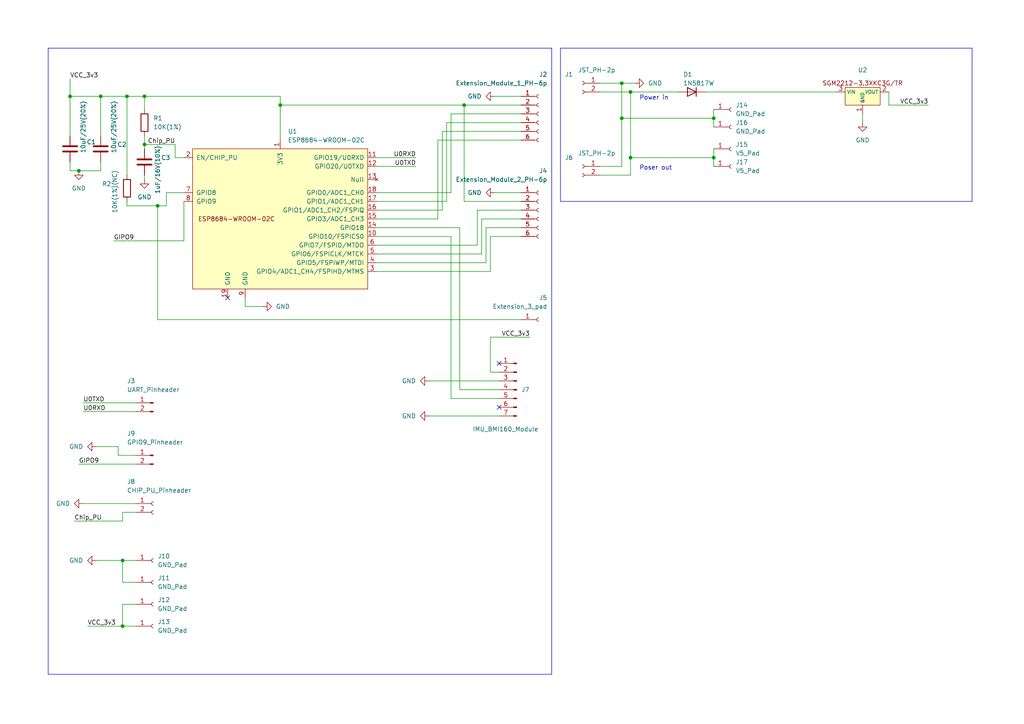
<source format=kicad_sch>
(kicad_sch (version 20230121) (generator eeschema)
  (paper "A4")
  (title_block (title "LimeVR_Soda-MCU") (date "2024-03-12") (rev "v1.2") (company "SourLemonJuice"))
  (lib_symbols
    (symbol "Connector:Conn_01x01_Socket" (pin_names (offset 1.016) hide)
      (property "Reference" "J" (at 0 2.54 0))
      (property "Value" "Conn_01x01_Socket" (at 0 -2.54 0))
      (symbol "Conn_01x01_Socket_1_1"
        (polyline (pts (xy -1.27 0) (xy -0.508 0)) (stroke (width 0.1524)))
        (arc (start 0 0.508) (mid -0.5058 0) (end 0 -0.508) (stroke (width 0.1524)))
        (pin passive line (at -5.08 0 0) (length 3.81) (name "Pin_1") (number "1"))
      )
    )
    (symbol "Connector:Conn_01x02_Pin" (pin_names (offset 1.016) hide)
      (property "Reference" "J" (at 0 2.54 0))
      (property "Value" "Conn_01x02_Pin" (at 0 -5.08 0))
      (symbol "Conn_01x02_Pin_1_1"
        (polyline (pts (xy 1.27 -2.54) (xy 0.8636 -2.54)) (stroke (width 0.1524)))
        (polyline (pts (xy 1.27 0) (xy 0.8636 0)) (stroke (width 0.1524)))
        (rectangle (start 0.8636 -2.413) (end 0 -2.667) (stroke (width 0.1524)) (fill (type outline)))
        (rectangle (start 0.8636 0.127) (end 0 -0.127) (stroke (width 0.1524)) (fill (type outline)))
        (pin passive line (at 5.08 0 180) (length 3.81) (name "Pin_1") (number "1"))
        (pin passive line (at 5.08 -2.54 180) (length 3.81) (name "Pin_2") (number "2"))
      )
    )
    (symbol "Connector:Conn_01x02_Socket" (pin_names (offset 1.016) hide)
      (property "Reference" "J" (at 0 2.54 0))
      (property "Value" "Conn_01x02_Socket" (at 0 -5.08 0))
      (symbol "Conn_01x02_Socket_1_1"
        (arc (start 0 -2.032) (mid -0.5058 -2.54) (end 0 -3.048) (stroke (width 0.1524)))
        (polyline (pts (xy -1.27 -2.54) (xy -0.508 -2.54)) (stroke (width 0.1524)))
        (polyline (pts (xy -1.27 0) (xy -0.508 0)) (stroke (width 0.1524)))
        (arc (start 0 0.508) (mid -0.5058 0) (end 0 -0.508) (stroke (width 0.1524)))
        (pin passive line (at -5.08 0 0) (length 3.81) (name "Pin_1") (number "1"))
        (pin passive line (at -5.08 -2.54 0) (length 3.81) (name "Pin_2") (number "2"))
      )
    )
    (symbol "Connector:Conn_01x06_Socket" (pin_names (offset 1.016) hide)
      (property "Reference" "J" (at 0 7.62 0))
      (property "Value" "Conn_01x06_Socket" (at 0 -10.16 0))
      (symbol "Conn_01x06_Socket_1_1"
        (arc (start 0 -7.112) (mid -0.5058 -7.62) (end 0 -8.128) (stroke (width 0.1524)))
        (arc (start 0 -4.572) (mid -0.5058 -5.08) (end 0 -5.588) (stroke (width 0.1524)))
        (arc (start 0 -2.032) (mid -0.5058 -2.54) (end 0 -3.048) (stroke (width 0.1524)))
        (polyline (pts (xy -1.27 -7.62) (xy -0.508 -7.62)) (stroke (width 0.1524)))
        (polyline (pts (xy -1.27 -5.08) (xy -0.508 -5.08)) (stroke (width 0.1524)))
        (polyline (pts (xy -1.27 -2.54) (xy -0.508 -2.54)) (stroke (width 0.1524)))
        (polyline (pts (xy -1.27 0) (xy -0.508 0)) (stroke (width 0.1524)))
        (polyline (pts (xy -1.27 2.54) (xy -0.508 2.54)) (stroke (width 0.1524)))
        (polyline (pts (xy -1.27 5.08) (xy -0.508 5.08)) (stroke (width 0.1524)))
        (arc (start 0 0.508) (mid -0.5058 0) (end 0 -0.508) (stroke (width 0.1524)))
        (arc (start 0 3.048) (mid -0.5058 2.54) (end 0 2.032) (stroke (width 0.1524)))
        (arc (start 0 5.588) (mid -0.5058 5.08) (end 0 4.572) (stroke (width 0.1524)))
        (pin passive line (at -5.08 5.08 0) (length 3.81) (name "Pin_1") (number "1"))
        (pin passive line (at -5.08 2.54 0) (length 3.81) (name "Pin_2") (number "2"))
        (pin passive line (at -5.08 0 0) (length 3.81) (name "Pin_3") (number "3"))
        (pin passive line (at -5.08 -2.54 0) (length 3.81) (name "Pin_4") (number "4"))
        (pin passive line (at -5.08 -5.08 0) (length 3.81) (name "Pin_5") (number "5"))
        (pin passive line (at -5.08 -7.62 0) (length 3.81) (name "Pin_6") (number "6"))
      )
    )
    (symbol "Connector:Conn_01x07_Pin" (pin_names (offset 1.016) hide)
      (property "Reference" "J" (at 0 10.16 0))
      (property "Value" "Conn_01x07_Pin" (at 0 -10.16 0))
      (symbol "Conn_01x07_Pin_1_1"
        (polyline (pts (xy 1.27 -7.62) (xy 0.8636 -7.62)) (stroke (width 0.1524)))
        (polyline (pts (xy 1.27 -5.08) (xy 0.8636 -5.08)) (stroke (width 0.1524)))
        (polyline (pts (xy 1.27 -2.54) (xy 0.8636 -2.54)) (stroke (width 0.1524)))
        (polyline (pts (xy 1.27 0) (xy 0.8636 0)) (stroke (width 0.1524)))
        (polyline (pts (xy 1.27 2.54) (xy 0.8636 2.54)) (stroke (width 0.1524)))
        (polyline (pts (xy 1.27 5.08) (xy 0.8636 5.08)) (stroke (width 0.1524)))
        (polyline (pts (xy 1.27 7.62) (xy 0.8636 7.62)) (stroke (width 0.1524)))
        (rectangle (start 0.8636 -7.493) (end 0 -7.747) (stroke (width 0.1524)) (fill (type outline)))
        (rectangle (start 0.8636 -4.953) (end 0 -5.207) (stroke (width 0.1524)) (fill (type outline)))
        (rectangle (start 0.8636 -2.413) (end 0 -2.667) (stroke (width 0.1524)) (fill (type outline)))
        (rectangle (start 0.8636 0.127) (end 0 -0.127) (stroke (width 0.1524)) (fill (type outline)))
        (rectangle (start 0.8636 2.667) (end 0 2.413) (stroke (width 0.1524)) (fill (type outline)))
        (rectangle (start 0.8636 5.207) (end 0 4.953) (stroke (width 0.1524)) (fill (type outline)))
        (rectangle (start 0.8636 7.747) (end 0 7.493) (stroke (width 0.1524)) (fill (type outline)))
        (pin passive line (at 5.08 7.62 180) (length 3.81) (name "Pin_1") (number "1"))
        (pin passive line (at 5.08 5.08 180) (length 3.81) (name "Pin_2") (number "2"))
        (pin passive line (at 5.08 2.54 180) (length 3.81) (name "Pin_3") (number "3"))
        (pin passive line (at 5.08 0 180) (length 3.81) (name "Pin_4") (number "4"))
        (pin passive line (at 5.08 -2.54 180) (length 3.81) (name "Pin_5") (number "5"))
        (pin passive line (at 5.08 -5.08 180) (length 3.81) (name "Pin_6") (number "6"))
        (pin passive line (at 5.08 -7.62 180) (length 3.81) (name "Pin_7") (number "7"))
      )
    )
    (symbol "Device:C" (pin_numbers hide) (pin_names (offset 0.254))
      (property "Reference" "C" (at 0.635 2.54 0))
      (property "Value" "C" (at 0.635 -2.54 0))
      (symbol "C_0_1"
        (polyline (pts (xy -2.032 -0.762) (xy 2.032 -0.762)) (stroke (width 0.508)))
        (polyline (pts (xy -2.032 0.762) (xy 2.032 0.762)) (stroke (width 0.508)))
      )
      (symbol "C_1_1"
        (pin passive line (at 0 3.81 270) (length 2.794) (name "~") (number "1"))
        (pin passive line (at 0 -3.81 90) (length 2.794) (name "~") (number "2"))
      )
    )
    (symbol "Device:D" (pin_numbers hide) (pin_names (offset 1.016) hide)
      (property "Reference" "D" (at 0 2.54 0))
      (property "Value" "D" (at 0 -2.54 0))
      (symbol "D_0_1"
        (polyline (pts (xy -1.27 1.27) (xy -1.27 -1.27)) (stroke (width 0.254)))
        (polyline (pts (xy 1.27 0) (xy -1.27 0)))
        (polyline (pts (xy 1.27 1.27) (xy 1.27 -1.27) (xy -1.27 0) (xy 1.27 1.27)) (stroke (width 0.254)))
      )
      (symbol "D_1_1"
        (pin passive line (at -3.81 0 0) (length 2.54) (name "K") (number "1"))
        (pin passive line (at 3.81 0 180) (length 2.54) (name "A") (number "2"))
      )
    )
    (symbol "Device:R" (pin_numbers hide) (pin_names (offset 0))
      (property "Reference" "R" (at 2.032 0 90))
      (property "Value" "R" (at 0 0 90))
      (symbol "R_0_1"
        (rectangle (start -1.016 -2.54) (end 1.016 2.54) (stroke (width 0.254)))
      )
      (symbol "R_1_1"
        (pin passive line (at 0 3.81 270) (length 1.27) (name "~") (number "1"))
        (pin passive line (at 0 -3.81 90) (length 1.27) (name "~") (number "2"))
      )
    )
    (symbol "SourLemonJuice:ESP8684-WROOM-02C" (pin_names (offset 1.016))
      (property "Reference" "U" (at -25.4 25.4 0))
      (property "Value" "ESP8684-WROOM-02C" (at -25.4 22.86 0))
      (symbol "ESP8684-WROOM-02C_0_1"
        (rectangle (start -25.4 20.32) (end 25.4 -20.32) (fill (type background)))
      )
      (symbol "ESP8684-WROOM-02C_1_0"
        (text "ESP8684-WROOM-02C" (at -12.7 0 0) (effects (font (size 1.27 1.27))))
      )
      (symbol "ESP8684-WROOM-02C_1_1"
        (pin power_in line (at 0 22.86 270) (length 2.54) (name "3V3") (number "1"))
        (pin bidirectional line (at 27.94 -5.08 180) (length 2.54) (name "GPIO10/FSPICS0") (number "10"))
        (pin bidirectional line (at 27.94 17.78 180) (length 2.54) (name "GPIO19/U0RXD") (number "11"))
        (pin bidirectional line (at 27.94 15.24 180) (length 2.54) (name "GPIO20/U0TXD") (number "12"))
        (pin no_connect line (at 27.94 11.43 180) (length 2.54) (name "Null") (number "13"))
        (pin bidirectional line (at 27.94 -2.54 180) (length 2.54) (name "GPIO18") (number "14"))
        (pin bidirectional line (at 27.94 0 180) (length 2.54) (name "GPIO3/ADC1_CH3") (number "15"))
        (pin bidirectional line (at 27.94 2.54 180) (length 2.54) (name "GPIO1/ADC1_CH2/FSPIQ") (number "16"))
        (pin bidirectional line (at 27.94 5.08 180) (length 2.54) (name "GPIO1/ADC1_CH1") (number "17"))
        (pin bidirectional line (at 27.94 7.62 180) (length 2.54) (name "GPIO0/ADC1_CH0") (number "18"))
        (pin power_in line (at -15.24 -22.86 90) (length 2.54) (name "GND") (number "19"))
        (pin input line (at -27.94 17.78 0) (length 2.54) (name "EN/CHIP_PU") (number "2"))
        (pin bidirectional line (at 27.94 -15.24 180) (length 2.54) (name "GPIO4/ADC1_CH4/FSPIHD/MTMS") (number "3"))
        (pin bidirectional line (at 27.94 -12.7 180) (length 2.54) (name "GPIO5/FSPIWP/MTDI") (number "4"))
        (pin bidirectional line (at 27.94 -10.16 180) (length 2.54) (name "GPIO6/FSPICLK/MTCK") (number "5"))
        (pin bidirectional line (at 27.94 -7.62 180) (length 2.54) (name "GPIO7/FSPID/MTDO") (number "6"))
        (pin bidirectional line (at -27.94 7.62 0) (length 2.54) (name "GPIO8") (number "7"))
        (pin bidirectional line (at -27.94 5.08 0) (length 2.54) (name "GPIO9") (number "8"))
        (pin power_in line (at -10.16 -22.86 90) (length 2.54) (name "GND") (number "9"))
      )
    )
    (symbol "SourLemonJuice:SGM2212-3.3XKC3G/TR"
      (property "Reference" "U" (at -5.08 7.62 0))
      (symbol "SGM2212-3.3XKC3G/TR_1_1"
        (rectangle (start -5.08 3.81) (end 5.08 -1.27) (fill (type background)))
        (text "SGM2212-3.3XKC3G/TR" (at 0 5.08 0) (effects (font (size 1.27 1.27))))
        (pin bidirectional line (at 0 -3.81 90) (length 2.54) (name "GND") (number "1"))
        (pin bidirectional line (at 7.62 2.54 180) (length 2.54) (name "VOUT") (number "2"))
        (pin bidirectional line (at -7.62 2.54 0) (length 2.54) (name "VIN") (number "3"))
      )
    )
    (symbol "power:GND" (power) (pin_names (offset 0))
      (property "Value" "GND" (at 0 -3.81 0))
      (symbol "GND_0_1"
        (polyline (pts (xy 0 0) (xy 0 -1.27) (xy 1.27 -1.27) (xy 0 -2.54) (xy -1.27 -1.27) (xy 0 -1.27)))
      )
      (symbol "GND_1_1"
        (pin power_in line (at 0 0 270) (length 0) hide (name "GND") (number "1"))
      )
    )
  )
  (junction (at 41.91 41.91))
  (junction (at 207.01 34.29))
  (junction (at 35.56 162.56))
  (junction (at 182.88 26.67))
  (junction (at 180.34 34.29))
  (junction (at 134.62 30.48))
  (junction (at 81.28 30.48))
  (junction (at 180.34 24.13))
  (junction (at 41.91 27.94))
  (junction (at 36.83 27.94))
  (junction (at 29.21 27.94))
  (junction (at 45.72 59.69))
  (junction (at 182.88 45.72))
  (junction (at 22.86 49.53))
  (junction (at 20.32 27.94))
  (junction (at 35.56 181.61))
  (junction (at 207.01 45.72))
  (no_connect (at 144.78 118.11))
  (no_connect (at 66.04 86.36))
  (no_connect (at 144.78 105.41))
  (wire (pts (xy 41.91 27.94) (xy 81.28 27.94)))
  (wire (pts (xy 129.54 58.42) (xy 109.22 58.42)))
  (wire (pts (xy 207.01 34.29) (xy 207.01 36.83)))
  (wire (pts (xy 139.7 63.5) (xy 151.13 63.5)))
  (wire (pts (xy 124.46 120.65) (xy 144.78 120.65)))
  (wire (pts (xy 27.94 129.54) (xy 34.29 129.54)))
  (wire (pts (xy 41.91 41.91) (xy 41.91 43.18)))
  (wire (pts (xy 207.01 45.72) (xy 207.01 48.26)))
  (wire (pts (xy 129.54 35.56) (xy 129.54 58.42)))
  (wire (pts (xy 257.81 30.48) (xy 269.24 30.48)))
  (wire (pts (xy 76.2 88.9) (xy 71.12 88.9)))
  (wire (pts (xy 138.43 60.96) (xy 151.13 60.96)))
  (wire (pts (xy 142.24 97.79) (xy 153.67 97.79)))
  (wire (pts (xy 180.34 34.29) (xy 207.01 34.29)))
  (wire (pts (xy 250.19 33.02) (xy 250.19 35.56)))
  (wire (pts (xy 36.83 58.42) (xy 36.83 59.69)))
  (wire (pts (xy 109.22 48.26) (xy 120.65 48.26)))
  (wire (pts (xy 134.62 30.48) (xy 151.13 30.48)))
  (wire (pts (xy 20.32 49.53) (xy 22.86 49.53)))
  (wire (pts (xy 144.78 113.03) (xy 133.35 113.03)))
  (wire (pts (xy 41.91 27.94) (xy 41.91 31.75)))
  (wire (pts (xy 24.13 146.05) (xy 39.37 146.05)))
  (wire (pts (xy 140.97 76.2) (xy 140.97 66.04)))
  (wire (pts (xy 29.21 46.99) (xy 29.21 49.53)))
  (wire (pts (xy 27.94 162.56) (xy 35.56 162.56)))
  (wire (pts (xy 204.47 26.67) (xy 242.57 26.67)))
  (wire (pts (xy 35.56 175.26) (xy 35.56 181.61)))
  (wire (pts (xy 48.26 55.88) (xy 53.34 55.88)))
  (wire (pts (xy 142.24 78.74) (xy 142.24 68.58)))
  (wire (pts (xy 39.37 175.26) (xy 35.56 175.26)))
  (wire (pts (xy 50.8 45.72) (xy 53.34 45.72)))
  (wire (pts (xy 124.46 110.49) (xy 144.78 110.49)))
  (wire (pts (xy 45.72 59.69) (xy 48.26 59.69)))
  (wire (pts (xy 24.13 116.84) (xy 39.37 116.84)))
  (wire (pts (xy 41.91 50.8) (xy 41.91 52.07)))
  (wire (pts (xy 207.01 43.18) (xy 207.01 45.72)))
  (wire (pts (xy 35.56 148.59) (xy 39.37 148.59)))
  (wire (pts (xy 139.7 73.66) (xy 139.7 63.5)))
  (wire (pts (xy 22.86 134.62) (xy 39.37 134.62)))
  (wire (pts (xy 22.86 49.53) (xy 29.21 49.53)))
  (wire (pts (xy 140.97 66.04) (xy 151.13 66.04)))
  (wire (pts (xy 20.32 49.53) (xy 20.32 46.99)))
  (wire (pts (xy 36.83 27.94) (xy 36.83 50.8)))
  (wire (pts (xy 36.83 59.69) (xy 45.72 59.69)))
  (wire (pts (xy 130.81 115.57) (xy 144.78 115.57)))
  (wire (pts (xy 129.54 35.56) (xy 151.13 35.56)))
  (wire (pts (xy 35.56 168.91) (xy 35.56 162.56)))
  (wire (pts (xy 81.28 30.48) (xy 81.28 40.64)))
  (wire (pts (xy 109.22 71.12) (xy 138.43 71.12)))
  (wire (pts (xy 50.8 41.91) (xy 50.8 45.72)))
  (wire (pts (xy 180.34 24.13) (xy 184.15 24.13)))
  (wire (pts (xy 29.21 27.94) (xy 20.32 27.94)))
  (wire (pts (xy 130.81 68.58) (xy 130.81 115.57)))
  (wire (pts (xy 81.28 27.94) (xy 81.28 30.48)))
  (wire (pts (xy 130.81 33.02) (xy 130.81 55.88)))
  (wire (pts (xy 34.29 129.54) (xy 34.29 132.08)))
  (wire (pts (xy 34.29 132.08) (xy 39.37 132.08)))
  (wire (pts (xy 128.27 38.1) (xy 151.13 38.1)))
  (wire (pts (xy 109.22 78.74) (xy 142.24 78.74)))
  (wire (pts (xy 29.21 27.94) (xy 36.83 27.94)))
  (wire (pts (xy 109.22 45.72) (xy 120.65 45.72)))
  (wire (pts (xy 48.26 55.88) (xy 48.26 59.69)))
  (wire (pts (xy 109.22 76.2) (xy 140.97 76.2)))
  (wire (pts (xy 182.88 50.8) (xy 182.88 45.72)))
  (wire (pts (xy 45.72 92.71) (xy 151.13 92.71)))
  (wire (pts (xy 130.81 68.58) (xy 109.22 68.58)))
  (wire (pts (xy 182.88 26.67) (xy 173.99 26.67)))
  (wire (pts (xy 173.99 48.26) (xy 180.34 48.26)))
  (wire (pts (xy 29.21 27.94) (xy 29.21 39.37)))
  (wire (pts (xy 53.34 69.85) (xy 53.34 58.42)))
  (wire (pts (xy 134.62 58.42) (xy 134.62 30.48)))
  (wire (pts (xy 182.88 26.67) (xy 196.85 26.67)))
  (wire (pts (xy 142.24 107.95) (xy 144.78 107.95)))
  (wire (pts (xy 81.28 30.48) (xy 134.62 30.48)))
  (wire (pts (xy 207.01 31.75) (xy 207.01 34.29)))
  (wire (pts (xy 127 40.64) (xy 127 63.5)))
  (wire (pts (xy 143.51 27.94) (xy 151.13 27.94)))
  (wire (pts (xy 173.99 24.13) (xy 180.34 24.13)))
  (wire (pts (xy 130.81 33.02) (xy 151.13 33.02)))
  (wire (pts (xy 71.12 88.9) (xy 71.12 86.36)))
  (wire (pts (xy 20.32 22.86) (xy 20.32 27.94)))
  (wire (pts (xy 109.22 73.66) (xy 139.7 73.66)))
  (wire (pts (xy 35.56 162.56) (xy 39.37 162.56)))
  (wire (pts (xy 41.91 41.91) (xy 50.8 41.91)))
  (wire (pts (xy 180.34 34.29) (xy 180.34 48.26)))
  (wire (pts (xy 142.24 68.58) (xy 151.13 68.58)))
  (wire (pts (xy 109.22 66.04) (xy 133.35 66.04)))
  (wire (pts (xy 21.59 151.13) (xy 35.56 151.13)))
  (wire (pts (xy 130.81 55.88) (xy 109.22 55.88)))
  (wire (pts (xy 182.88 45.72) (xy 207.01 45.72)))
  (wire (pts (xy 41.91 39.37) (xy 41.91 41.91)))
  (wire (pts (xy 151.13 58.42) (xy 134.62 58.42)))
  (wire (pts (xy 35.56 151.13) (xy 35.56 148.59)))
  (wire (pts (xy 182.88 45.72) (xy 182.88 26.67)))
  (wire (pts (xy 127 63.5) (xy 109.22 63.5)))
  (wire (pts (xy 35.56 181.61) (xy 39.37 181.61)))
  (wire (pts (xy 45.72 59.69) (xy 45.72 92.71)))
  (wire (pts (xy 24.13 119.38) (xy 39.37 119.38)))
  (wire (pts (xy 180.34 24.13) (xy 180.34 34.29)))
  (wire (pts (xy 20.32 27.94) (xy 20.32 39.37)))
  (wire (pts (xy 142.24 97.79) (xy 142.24 107.95)))
  (wire (pts (xy 133.35 113.03) (xy 133.35 66.04)))
  (wire (pts (xy 143.51 55.88) (xy 151.13 55.88)))
  (wire (pts (xy 39.37 168.91) (xy 35.56 168.91)))
  (wire (pts (xy 33.02 69.85) (xy 53.34 69.85)))
  (wire (pts (xy 36.83 27.94) (xy 41.91 27.94)))
  (wire (pts (xy 127 40.64) (xy 151.13 40.64)))
  (wire (pts (xy 173.99 50.8) (xy 182.88 50.8)))
  (wire (pts (xy 25.4 181.61) (xy 35.56 181.61)))
  (wire (pts (xy 128.27 38.1) (xy 128.27 60.96)))
  (wire (pts (xy 257.81 30.48) (xy 257.81 26.67)))
  (wire (pts (xy 128.27 60.96) (xy 109.22 60.96)))
  (wire (pts (xy 138.43 71.12) (xy 138.43 60.96)))
  (rectangle (start 13.97 13.97) (end 160.02 195.58))
  (rectangle (start 162.56 13.97) (end 281.94 58.42))
  (text "Power in" (at 185.42 29.21 0) (effects (font (size 1.27 1.27)) (justify left bottom)))
  (text "Poser out" (at 185.42 49.53 0) (effects (font (size 1.27 1.27)) (justify left bottom)))
  (label "Chip_PU" (at 50.8 41.91 180))
  (label "VCC_3v3" (at 153.67 97.79 180))
  (label "U0RXD" (at 120.65 45.72 180))
  (label "U0TXD" (at 120.65 48.26 180))
  (label "U0TXD" (at 24.13 116.84 0))
  (label "VCC_3v3" (at 269.24 30.48 180))
  (label "VCC_3v3" (at 25.4 181.61 0))
  (label "Chip_PU" (at 21.59 151.13 0))
  (label "VCC_3v3" (at 20.32 22.86 0))
  (label "GIPO9" (at 22.86 134.62 0))
  (label "GIPO9" (at 33.02 69.85 0))
  (label "U0RXD" (at 24.13 119.38 0))
  (symbol (lib_id "Device:C") (at 20.32 43.18 0) (unit 1)
    (property "Reference" "C1" (at 25.13 41.91 0) (effects (justify left bottom)))
    (property "Value" "10uF/25V(20%)" (at 24.13 44.45 90) (effects (justify left)))
    (property "Footprint" "Resistor_SMD:R_0603_1608Metric_Pad0.98x0.95mm_HandSolder" (effects hide))
  )
  (symbol (lib_id "Connector:Conn_01x01_Socket") (at 44.45 175.26 0) (unit 1)
    (property "Reference" "J12" (at 45.72 173.99 0) (effects (justify left)))
    (property "Value" "GND_Pad" (at 45.72 176.53 0) (effects (justify left)))
    (property "Footprint" "SourLemonJuice:Wire_Pad_1.5x3" (effects hide))
  )
  (symbol (lib_id "Connector:Conn_01x02_Socket") (at 168.91 48.26 0) (mirror y) (unit 1)
    (property "Reference" "J6" (at 163.83 45.72 0) (effects (justify right)))
    (property "Value" "JST_PH-2p" (at 167.64 44.45 0) (effects (justify right)))
    (property "Footprint" "Connector_JST:JST_PH_B2B-PH-K_1x02_P2.00mm_Vertical" (effects hide))
  )
  (symbol (lib_id "power:GND") (at 22.86 49.53 0) (unit 1)
    (property "Reference" "#PWR01" (effects hide))
    (property "Value" "GND" (at 22.86 54.61 0))
  )
  (symbol (lib_id "power:GND") (at 27.94 129.54 270) (unit 1)
    (property "Reference" "#PWR013" (effects hide))
    (property "Value" "GND" (at 24.13 129.54 90) (effects (justify right)))
  )
  (symbol (lib_id "power:GND") (at 250.19 35.56 0) (unit 1)
    (property "Reference" "#PWR06" (effects hide))
    (property "Value" "GND" (at 250.19 40.64 0))
  )
  (symbol (lib_id "Connector:Conn_01x01_Socket") (at 212.09 31.75 0) (unit 1)
    (property "Reference" "J14" (at 213.36 30.48 0) (effects (justify left)))
    (property "Value" "GND_Pad" (at 213.36 33.02 0) (effects (justify left)))
    (property "Footprint" "SourLemonJuice:Wire_Pad_1.5x3" (effects hide))
  )
  (symbol (lib_id "Connector:Conn_01x01_Socket") (at 156.21 92.71 0) (unit 1)
    (property "Reference" "J5" (at 158.75 86.36 0) (effects (justify right)))
    (property "Value" "Extension_3_pad" (at 158.75 88.9 0) (effects (justify right)))
    (property "Footprint" "SourLemonJuice:Wire_Pad_1.5x3" (effects hide))
  )
  (symbol (lib_id "power:GND") (at 124.46 110.49 270) (unit 1)
    (property "Reference" "#PWR09" (effects hide))
    (property "Value" "GND" (at 120.65 110.49 90) (effects (justify right)))
  )
  (symbol (lib_id "Connector:Conn_01x01_Socket") (at 212.09 36.83 0) (unit 1)
    (property "Reference" "J16" (at 213.36 35.56 0) (effects (justify left)))
    (property "Value" "GND_Pad" (at 213.36 38.1 0) (effects (justify left)))
    (property "Footprint" "SourLemonJuice:Wire_Pad_1.5x3" (effects hide))
  )
  (symbol (lib_id "Connector:Conn_01x06_Socket") (at 156.21 60.96 0) (unit 1)
    (property "Reference" "J4" (at 158.75 49.53 0) (effects (justify right)))
    (property "Value" "Extension_Module_2_PH-6p" (at 158.75 52.07 0) (effects (justify right)))
    (property "Footprint" "Connector_JST:JST_PH_B6B-PH-K_1x06_P2.00mm_Vertical" (effects hide))
  )
  (symbol (lib_id "Device:D") (at 200.66 26.67 0) (mirror y) (unit 1)
    (property "Reference" "D1" (at 198.12 21.59 0) (effects (justify right)))
    (property "Value" "1N5817W" (at 198.12 24.13 0) (effects (justify right)))
    (property "Footprint" "Diode_SMD:D_SOD-123" (effects hide))
    (property "Sim.Device" "D" (effects hide))
    (property "Sim.Pins" "1=K 2=A" (effects hide))
  )
  (symbol (lib_id "Device:C") (at 41.91 46.99 0) (unit 1)
    (property "Reference" "C3" (at 46.72 45.72 0) (effects (justify left)))
    (property "Value" "1uF/16V(10%)" (at 45.72 56.26 90) (effects (justify left)))
    (property "Footprint" "Resistor_SMD:R_0603_1608Metric_Pad0.98x0.95mm_HandSolder" (effects hide))
  )
  (symbol (lib_id "power:GND") (at 76.2 88.9 90) (mirror x) (unit 1)
    (property "Reference" "#PWR03" (effects hide))
    (property "Value" "GND" (at 80.01 88.9 90) (effects (justify right)))
  )
  (symbol (lib_id "power:GND") (at 143.51 55.88 270) (unit 1)
    (property "Reference" "#PWR011" (effects hide))
    (property "Value" "GND" (at 139.7 55.88 90) (effects (justify right)))
  )
  (symbol (lib_id "Connector:Conn_01x01_Socket") (at 44.45 181.61 0) (unit 1)
    (property "Reference" "J13" (at 45.72 180.34 0) (effects (justify left)))
    (property "Value" "GND_Pad" (at 45.72 182.88 0) (effects (justify left)))
    (property "Footprint" "SourLemonJuice:Wire_Pad_1.5x3" (effects hide))
  )
  (symbol (lib_id "Connector:Conn_01x01_Socket") (at 212.09 48.26 0) (unit 1)
    (property "Reference" "J17" (at 213.36 46.99 0) (effects (justify left)))
    (property "Value" "V5_Pad" (at 213.36 49.53 0) (effects (justify left)))
    (property "Footprint" "SourLemonJuice:Wire_Pad_1.5x3" (effects hide))
  )
  (symbol (lib_id "Device:R") (at 41.91 35.56 0) (unit 1)
    (property "Reference" "R1" (at 44.45 34.29 0) (effects (justify left)))
    (property "Value" "10K(1%)" (at 44.45 36.83 0) (effects (justify left)))
    (property "Footprint" "Resistor_SMD:R_0603_1608Metric_Pad0.98x0.95mm_HandSolder" (effects hide))
  )
  (symbol (lib_id "Connector:Conn_01x02_Pin") (at 44.45 132.08 0) (mirror y) (unit 1)
    (property "Reference" "J9" (at 36.83 125.73 0) (effects (justify right)))
    (property "Value" "GPIO9_Pinheader" (at 36.83 128.27 0) (effects (justify right)))
    (property "Footprint" "Connector_PinHeader_2.54mm:PinHeader_1x02_P2.54mm_Vertical" (effects hide))
  )
  (symbol (lib_id "power:GND") (at 24.13 146.05 270) (unit 1)
    (property "Reference" "#PWR05" (effects hide))
    (property "Value" "GND" (at 20.32 146.05 90) (effects (justify right)))
  )
  (symbol (lib_id "Device:R") (at 36.83 54.61 0) (mirror y) (unit 1)
    (property "Reference" "R2" (at 32.29 53.34 0) (effects (justify left)))
    (property "Value" "10K(1%)(NC)" (at 33.29 61.88 90) (effects (justify left)))
    (property "Footprint" "Resistor_SMD:R_0603_1608Metric_Pad0.98x0.95mm_HandSolder" (effects hide))
  )
  (symbol (lib_id "power:GND") (at 27.94 162.56 270) (unit 1)
    (property "Reference" "#PWR08" (effects hide))
    (property "Value" "GND" (at 24.13 162.56 90) (effects (justify right)))
  )
  (symbol (lib_id "power:GND") (at 143.51 27.94 270) (unit 1)
    (property "Reference" "#PWR07" (effects hide))
    (property "Value" "GND" (at 139.7 27.94 90) (effects (justify right)))
  )
  (symbol (lib_id "Connector:Conn_01x06_Socket") (at 156.21 33.02 0) (unit 1)
    (property "Reference" "J2" (at 158.75 21.59 0) (effects (justify right)))
    (property "Value" "Extension_Module_1_PH-6p" (at 158.75 24.13 0) (effects (justify right)))
    (property "Footprint" "Connector_JST:JST_PH_B6B-PH-K_1x06_P2.00mm_Vertical" (effects hide))
  )
  (symbol (lib_id "power:GND") (at 184.15 24.13 90) (unit 1)
    (property "Reference" "#PWR04" (effects hide))
    (property "Value" "GND" (at 187.96 24.13 90) (effects (justify right)))
  )
  (symbol (lib_id "Connector:Conn_01x02_Socket") (at 44.45 146.05 0) (unit 1)
    (property "Reference" "J8" (at 36.83 139.7 0) (effects (justify left)))
    (property "Value" "CHIP_PU_Pinheader" (at 36.83 142.24 0) (effects (justify left)))
    (property "Footprint" "Connector_PinHeader_2.54mm:PinHeader_1x02_P2.54mm_Vertical" (effects hide))
  )
  (symbol (lib_id "power:GND") (at 41.91 52.07 0) (unit 1)
    (property "Reference" "#PWR02" (effects hide))
    (property "Value" "GND" (at 41.91 57.15 0))
  )
  (symbol (lib_id "power:GND") (at 124.46 120.65 270) (unit 1)
    (property "Reference" "#PWR010" (effects hide))
    (property "Value" "GND" (at 120.65 120.65 90) (effects (justify right)))
  )
  (symbol (lib_id "Connector:Conn_01x07_Pin") (at 149.86 113.03 0) (mirror y) (unit 1)
    (property "Reference" "J7" (at 152.4 113.03 0))
    (property "Value" "IMU_BMI160_Module" (at 156.21 124.46 0) (effects (justify left)))
    (property "Footprint" "Connector_PinHeader_2.54mm:PinHeader_1x07_P2.54mm_Vertical" (effects hide))
  )
  (symbol (lib_id "Connector:Conn_01x02_Pin") (at 44.45 116.84 0) (mirror y) (unit 1)
    (property "Reference" "J3" (at 36.83 110.49 0) (effects (justify right)))
    (property "Value" "UART_Pinheader" (at 36.83 113.03 0) (effects (justify right)))
    (property "Footprint" "Connector_PinHeader_2.54mm:PinHeader_1x02_P2.54mm_Vertical" (effects hide))
  )
  (symbol (lib_id "Device:C") (at 29.21 43.18 0) (unit 1)
    (property "Reference" "C2" (at 34.02 41.91 0) (effects (justify left)))
    (property "Value" "10uF/25V(20%)" (at 33.02 44.45 90) (effects (justify left)))
    (property "Footprint" "Resistor_SMD:R_0603_1608Metric_Pad0.98x0.95mm_HandSolder" (effects hide))
  )
  (symbol (lib_id "Connector:Conn_01x01_Socket") (at 44.45 162.56 0) (unit 1)
    (property "Reference" "J10" (at 45.72 161.29 0) (effects (justify left)))
    (property "Value" "GND_Pad" (at 45.72 163.83 0) (effects (justify left)))
    (property "Footprint" "SourLemonJuice:Wire_Pad_1.5x3" (effects hide))
  )
  (symbol (lib_id "Connector:Conn_01x02_Socket") (at 168.91 24.13 0) (mirror y) (unit 1)
    (property "Reference" "J1" (at 163.83 21.59 0) (effects (justify right)))
    (property "Value" "JST_PH-2p" (at 167.64 20.32 0) (effects (justify right)))
    (property "Footprint" "Connector_JST:JST_PH_B2B-PH-K_1x02_P2.00mm_Vertical" (effects hide))
  )
  (symbol (lib_id "SourLemonJuice:SGM2212-3.3XKC3G/TR") (at 250.19 29.21 0) (unit 1)
    (property "Reference" "U2" (at 250.19 20.32 0))
    (property "Value" "~" (at 250.19 29.21 0))
    (property "Footprint" "SourLemonJuice:SGM2212-3.3XKC3G.TR" (effects hide))
    (property "Datasheet" "https://www.sg-micro.com/uploads/soft/20230723/1690103353.pdf" (effects hide))
  )
  (symbol (lib_id "Connector:Conn_01x01_Socket") (at 212.09 43.18 0) (unit 1)
    (property "Reference" "J15" (at 213.36 41.91 0) (effects (justify left)))
    (property "Value" "V5_Pad" (at 213.36 44.45 0) (effects (justify left)))
    (property "Footprint" "SourLemonJuice:Wire_Pad_1.5x3" (effects hide))
  )
  (symbol (lib_id "SourLemonJuice:ESP8684-WROOM-02C") (at 81.28 63.5 0) (unit 1)
    (property "Reference" "U1" (at 83.4741 38.1 0) (effects (justify left)))
    (property "Value" "ESP8684-WROOM-02C" (at 83.4741 40.64 0) (effects (justify left)))
    (property "Footprint" "SourLemonJuice:ESP8684-WROOM-02C" (effects hide))
    (property "Datasheet" "https://www.espressif.com/sites/default/files/documentation/esp8684-wroom-02c_datasheet_cn.pdf" (effects hide))
  )
  (symbol (lib_id "Connector:Conn_01x01_Socket") (at 44.45 168.91 0) (unit 1)
    (property "Reference" "J11" (at 45.72 167.64 0) (effects (justify left)))
    (property "Value" "GND_Pad" (at 45.72 170.18 0) (effects (justify left)))
    (property "Footprint" "SourLemonJuice:Wire_Pad_1.5x3" (effects hide))
  )
)
</source>
